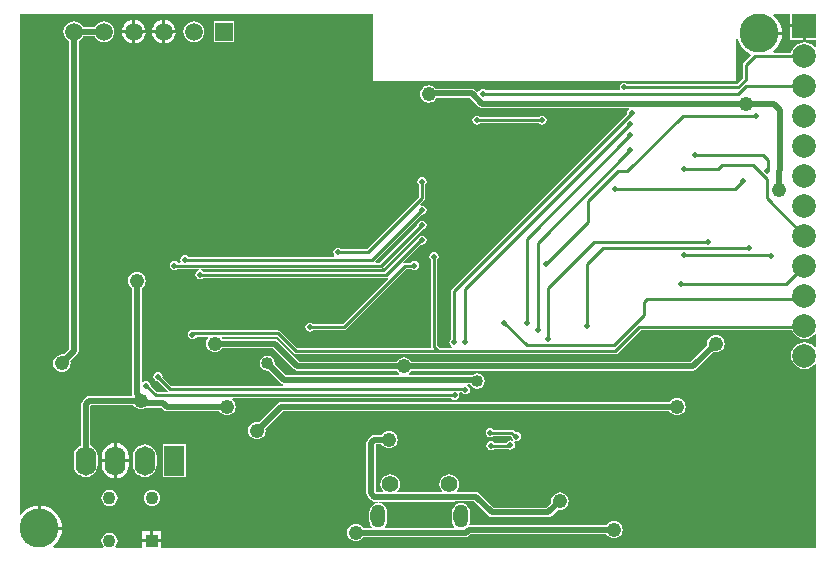
<source format=gbl>
G04*
G04 #@! TF.GenerationSoftware,Altium Limited,Altium Designer,23.3.1 (30)*
G04*
G04 Layer_Physical_Order=2*
G04 Layer_Color=16711680*
%FSLAX44Y44*%
%MOMM*%
G71*
G04*
G04 #@! TF.SameCoordinates,049E622D-B5B7-477E-837E-60E0A1272B7F*
G04*
G04*
G04 #@! TF.FilePolarity,Positive*
G04*
G01*
G75*
%ADD10C,0.5080*%
%ADD63C,1.3970*%
%ADD64O,1.2700X1.9558*%
%ADD76C,1.2192*%
%ADD77C,0.2540*%
%ADD79R,1.5000X1.5000*%
%ADD80C,1.5000*%
%ADD81C,2.0000*%
%ADD82O,1.7500X2.5000*%
%ADD83R,1.7500X2.5000*%
%ADD84C,1.1000*%
%ADD85R,1.1000X1.1000*%
%ADD86C,3.3020*%
%ADD87R,2.0000X2.0000*%
%ADD88C,0.5080*%
%ADD89C,1.0160*%
%ADD90C,0.6604*%
G36*
X666910Y458470D02*
X679450D01*
Y457200D01*
X680720D01*
Y444660D01*
X689560D01*
Y439223D01*
X688290Y438792D01*
X687488Y439838D01*
X685134Y441644D01*
X682392Y442780D01*
X679450Y443167D01*
X676508Y442780D01*
X673766Y441644D01*
X671412Y439838D01*
X669606Y437484D01*
X668470Y434742D01*
X668424Y434390D01*
X653324D01*
X652869Y435660D01*
X654886Y437314D01*
X657266Y440215D01*
X659035Y443525D01*
X660124Y447116D01*
X660367Y449580D01*
X641350D01*
Y452120D01*
X660367D01*
X660124Y454585D01*
X659035Y458175D01*
X657266Y461485D01*
X654886Y464386D01*
X652869Y466040D01*
X653324Y467310D01*
X666910D01*
Y458470D01*
D02*
G37*
G36*
X314168Y411593D02*
X314571Y410621D01*
X315543Y410218D01*
X620343D01*
X621315Y410621D01*
X621718Y411593D01*
Y445569D01*
X622988Y445758D01*
X623665Y443525D01*
X625434Y440215D01*
X627814Y437314D01*
X630715Y434934D01*
X633648Y433366D01*
X634060Y431982D01*
X628089Y426011D01*
X627527Y425171D01*
X627330Y424180D01*
Y412553D01*
X622297Y407519D01*
X529701D01*
X529596Y407676D01*
X528336Y408518D01*
X526849Y408814D01*
X525363Y408518D01*
X524103Y407676D01*
X523260Y406416D01*
X522965Y404929D01*
X523234Y403577D01*
X523153Y403206D01*
X522673Y402307D01*
X409992D01*
X409887Y402464D01*
X408627Y403306D01*
X407140Y403602D01*
X405654Y403306D01*
X404394Y402464D01*
X403716Y401451D01*
X402324Y401047D01*
X400574Y402797D01*
X399314Y403639D01*
X397827Y403935D01*
X367106D01*
X366607Y404585D01*
X365068Y405766D01*
X363276Y406508D01*
X361353Y406761D01*
X359431Y406508D01*
X357639Y405766D01*
X356100Y404585D01*
X354919Y403046D01*
X354177Y401254D01*
X353924Y399331D01*
X354177Y397408D01*
X354919Y395617D01*
X356100Y394078D01*
X357639Y392897D01*
X359431Y392155D01*
X361353Y391902D01*
X363276Y392155D01*
X365068Y392897D01*
X366607Y394078D01*
X367788Y395617D01*
X368015Y396165D01*
X396218D01*
X404011Y388372D01*
X405271Y387530D01*
X406758Y387235D01*
X530509D01*
X530894Y385965D01*
X530433Y385656D01*
X529590Y384396D01*
X529295Y382909D01*
X529332Y382724D01*
X380866Y234258D01*
X380304Y233418D01*
X380107Y232427D01*
Y191783D01*
X379950Y191678D01*
X379108Y190418D01*
X378812Y188931D01*
X379108Y187445D01*
X379950Y186184D01*
X381020Y185470D01*
X380968Y184655D01*
X380808Y184200D01*
X370643D01*
X368350Y186493D01*
Y258768D01*
X368507Y258873D01*
X369349Y260133D01*
X369645Y261620D01*
X369349Y263107D01*
X368507Y264367D01*
X367247Y265209D01*
X365760Y265505D01*
X364273Y265209D01*
X363013Y264367D01*
X362171Y263107D01*
X361875Y261620D01*
X362171Y260133D01*
X363013Y258873D01*
X363170Y258768D01*
Y185420D01*
X362118Y184200D01*
X249993D01*
X235765Y198427D01*
X234925Y198989D01*
X233934Y199186D01*
X162692D01*
X161290Y199465D01*
X159803Y199169D01*
X158543Y198327D01*
X157701Y197067D01*
X157405Y195580D01*
X157701Y194093D01*
X158543Y192833D01*
X159803Y191991D01*
X161290Y191695D01*
X162777Y191991D01*
X164037Y192833D01*
X164821Y194006D01*
X174113D01*
X174720Y192736D01*
X173906Y191675D01*
X173164Y189883D01*
X172910Y187960D01*
X173164Y186037D01*
X173906Y184245D01*
X175086Y182707D01*
X176625Y181526D01*
X178417Y180784D01*
X180340Y180530D01*
X182263Y180784D01*
X184055Y181526D01*
X185593Y182707D01*
X186644Y184075D01*
X229531D01*
X247443Y166163D01*
X248703Y165321D01*
X250190Y165025D01*
X334056D01*
X335107Y163657D01*
X336438Y162635D01*
X336324Y161824D01*
X336097Y161365D01*
X240227D01*
X231110Y170482D01*
X231272Y171300D01*
X230780Y173778D01*
X229376Y175878D01*
X227276Y177282D01*
X224798Y177774D01*
X222320Y177282D01*
X220220Y175878D01*
X218816Y173778D01*
X218324Y171300D01*
X218816Y168822D01*
X220220Y166722D01*
X222320Y165318D01*
X224798Y164826D01*
X225616Y164988D01*
X235871Y154733D01*
X237131Y153891D01*
X237993Y153720D01*
X237868Y152450D01*
X143313D01*
X135928Y159835D01*
X135965Y160020D01*
X135669Y161507D01*
X134827Y162767D01*
X133567Y163609D01*
X132080Y163905D01*
X130593Y163609D01*
X129333Y162767D01*
X128491Y161507D01*
X128195Y160020D01*
X128491Y158533D01*
X129333Y157273D01*
X130593Y156431D01*
X132080Y156135D01*
X132265Y156172D01*
X140382Y148056D01*
X140378Y147939D01*
X139983Y146786D01*
X131197D01*
X125768Y152215D01*
X125805Y152400D01*
X125509Y153887D01*
X124667Y155147D01*
X123407Y155989D01*
X121920Y156285D01*
X120433Y155989D01*
X119455Y155335D01*
X118473Y155679D01*
X118185Y155898D01*
Y234996D01*
X119553Y236047D01*
X120734Y237585D01*
X121476Y239377D01*
X121730Y241300D01*
X121476Y243223D01*
X120734Y245015D01*
X119553Y246553D01*
X118015Y247734D01*
X116223Y248476D01*
X114300Y248730D01*
X112377Y248476D01*
X110585Y247734D01*
X109046Y246553D01*
X107866Y245015D01*
X107124Y243223D01*
X106870Y241300D01*
X107124Y239377D01*
X107866Y237585D01*
X109046Y236047D01*
X110415Y234996D01*
Y144999D01*
X110501Y144566D01*
X109696Y143585D01*
X74026D01*
X72539Y143289D01*
X71279Y142447D01*
X68303Y139471D01*
X67461Y138211D01*
X67165Y136724D01*
Y101887D01*
X65997Y101403D01*
X63904Y99796D01*
X62298Y97703D01*
X61288Y95266D01*
X60944Y92650D01*
Y85150D01*
X61288Y82534D01*
X62298Y80097D01*
X63904Y78004D01*
X65997Y76398D01*
X68434Y75388D01*
X71050Y75044D01*
X73666Y75388D01*
X76103Y76398D01*
X78196Y78004D01*
X79802Y80097D01*
X80812Y82534D01*
X81157Y85150D01*
Y92650D01*
X80812Y95266D01*
X79802Y97703D01*
X78196Y99796D01*
X76103Y101403D01*
X74935Y101887D01*
Y135115D01*
X75635Y135815D01*
X111370D01*
X112421Y134446D01*
X113959Y133266D01*
X115751Y132524D01*
X117674Y132270D01*
X119597Y132524D01*
X121389Y133266D01*
X121685Y133493D01*
X135151D01*
X136771Y131873D01*
X138032Y131031D01*
X139518Y130735D01*
X184196D01*
X185247Y129367D01*
X186785Y128186D01*
X188577Y127444D01*
X190500Y127190D01*
X192423Y127444D01*
X194215Y128186D01*
X195753Y129367D01*
X196934Y130905D01*
X197676Y132697D01*
X197930Y134620D01*
X197676Y136543D01*
X196934Y138335D01*
X195753Y139874D01*
X195150Y140336D01*
X195581Y141606D01*
X380435D01*
X380540Y141449D01*
X381801Y140607D01*
X383287Y140311D01*
X384774Y140607D01*
X386034Y141449D01*
X386876Y142710D01*
X387172Y144196D01*
X386876Y145683D01*
X387018Y145979D01*
X387668Y146784D01*
X389254D01*
X389683Y146141D01*
X390943Y145299D01*
X392430Y145003D01*
X393917Y145299D01*
X395177Y146141D01*
X396019Y147401D01*
X396315Y148888D01*
X396019Y150374D01*
X395177Y151634D01*
X394143Y152325D01*
X394282Y153411D01*
X394354Y153595D01*
X396536D01*
X396539Y153593D01*
X396726Y153556D01*
X398012Y151632D01*
X400112Y150228D01*
X402590Y149736D01*
X405068Y150228D01*
X407168Y151632D01*
X408572Y153732D01*
X409064Y156210D01*
X408572Y158688D01*
X407168Y160788D01*
X405068Y162192D01*
X402590Y162684D01*
X400112Y162192D01*
X398612Y161189D01*
X397728Y161365D01*
X344623D01*
X344396Y161824D01*
X344282Y162635D01*
X345614Y163657D01*
X346664Y165025D01*
X585288D01*
X586775Y165321D01*
X588035Y166163D01*
X602649Y180777D01*
X604520Y180530D01*
X606443Y180784D01*
X608235Y181526D01*
X609773Y182707D01*
X610954Y184245D01*
X611696Y186037D01*
X611950Y187960D01*
X611696Y189883D01*
X610954Y191675D01*
X609773Y193214D01*
X608235Y194394D01*
X606443Y195136D01*
X604520Y195390D01*
X602597Y195136D01*
X600805Y194394D01*
X599267Y193214D01*
X598086Y191675D01*
X597344Y189883D01*
X597090Y187960D01*
X597295Y186410D01*
X583679Y172795D01*
X346664D01*
X345614Y174163D01*
X344075Y175344D01*
X342283Y176086D01*
X340360Y176340D01*
X338437Y176086D01*
X336645Y175344D01*
X335107Y174163D01*
X334056Y172795D01*
X251799D01*
X233887Y190707D01*
X232627Y191549D01*
X231140Y191845D01*
X186723D01*
X186016Y192855D01*
X186567Y194006D01*
X232861D01*
X247089Y179779D01*
X247929Y179217D01*
X248920Y179020D01*
X519430D01*
X520421Y179217D01*
X521261Y179779D01*
X540823Y199340D01*
X668850D01*
X669606Y197516D01*
X671412Y195162D01*
X673766Y193356D01*
X676508Y192220D01*
X679450Y191833D01*
X682392Y192220D01*
X685134Y193356D01*
X687488Y195162D01*
X688290Y196208D01*
X689560Y195777D01*
Y185223D01*
X688290Y184792D01*
X687488Y185838D01*
X685134Y187644D01*
X682392Y188780D01*
X679450Y189167D01*
X676508Y188780D01*
X673766Y187644D01*
X671412Y185838D01*
X669606Y183484D01*
X668470Y180742D01*
X668083Y177800D01*
X668470Y174858D01*
X669606Y172116D01*
X671412Y169762D01*
X673766Y167956D01*
X676508Y166820D01*
X679450Y166433D01*
X682392Y166820D01*
X685134Y167956D01*
X687488Y169762D01*
X688290Y170808D01*
X689560Y170377D01*
Y15290D01*
X135040D01*
Y19959D01*
X127000D01*
X118960D01*
Y15290D01*
X96546D01*
X96179Y15928D01*
X96030Y16560D01*
X96993Y17815D01*
X97675Y19462D01*
X97907Y21229D01*
X97675Y22996D01*
X96993Y24643D01*
X95907Y26057D01*
X94493Y27143D01*
X92846Y27825D01*
X91079Y28057D01*
X89312Y27825D01*
X87665Y27143D01*
X86251Y26057D01*
X85166Y24643D01*
X84483Y22996D01*
X84251Y21229D01*
X84483Y19462D01*
X85166Y17815D01*
X86129Y16560D01*
X85979Y15928D01*
X85612Y15290D01*
X43724D01*
X43269Y16560D01*
X45286Y18214D01*
X47666Y21115D01*
X49435Y24425D01*
X50524Y28015D01*
X50767Y30480D01*
X31750D01*
Y31750D01*
X30480D01*
Y50767D01*
X28016Y50524D01*
X24425Y49435D01*
X21115Y47666D01*
X18214Y45286D01*
X16560Y43269D01*
X15290Y43724D01*
Y467310D01*
X314168D01*
Y411593D01*
D02*
G37*
%LPC*%
G36*
X678180Y455930D02*
X666910D01*
Y444660D01*
X678180D01*
Y455930D01*
D02*
G37*
G36*
X86360Y460966D02*
X84071Y460664D01*
X81937Y459781D01*
X80105Y458375D01*
X78699Y456543D01*
X78477Y456005D01*
X68843D01*
X68621Y456543D01*
X67215Y458375D01*
X65383Y459781D01*
X63249Y460664D01*
X60960Y460966D01*
X58671Y460664D01*
X56537Y459781D01*
X54705Y458375D01*
X53299Y456543D01*
X52416Y454409D01*
X52114Y452120D01*
X52416Y449831D01*
X53299Y447697D01*
X54705Y445865D01*
X56537Y444459D01*
X57075Y444236D01*
Y183219D01*
X52511Y178654D01*
X50800Y178880D01*
X48877Y178626D01*
X47085Y177884D01*
X45546Y176703D01*
X44366Y175165D01*
X43624Y173373D01*
X43370Y171450D01*
X43624Y169527D01*
X44366Y167735D01*
X45546Y166196D01*
X47085Y165016D01*
X48877Y164274D01*
X50800Y164020D01*
X52723Y164274D01*
X54515Y165016D01*
X56054Y166196D01*
X57234Y167735D01*
X57976Y169527D01*
X58230Y171450D01*
X58004Y173161D01*
X63707Y178863D01*
X64549Y180123D01*
X64845Y181610D01*
Y444236D01*
X65383Y444459D01*
X67215Y445865D01*
X68621Y447697D01*
X68843Y448235D01*
X78477D01*
X78699Y447697D01*
X80105Y445865D01*
X81937Y444459D01*
X84071Y443576D01*
X86360Y443274D01*
X88649Y443576D01*
X90783Y444459D01*
X92615Y445865D01*
X94021Y447697D01*
X94904Y449831D01*
X95206Y452120D01*
X94904Y454409D01*
X94021Y456543D01*
X92615Y458375D01*
X90783Y459781D01*
X88649Y460664D01*
X86360Y460966D01*
D02*
G37*
G36*
X113030Y462079D02*
Y453390D01*
X121719D01*
X121542Y454741D01*
X120530Y457183D01*
X118921Y459281D01*
X116823Y460890D01*
X114381Y461902D01*
X113030Y462079D01*
D02*
G37*
G36*
X138430D02*
Y453390D01*
X147119D01*
X146942Y454741D01*
X145930Y457183D01*
X144321Y459281D01*
X142223Y460890D01*
X139781Y461902D01*
X138430Y462079D01*
D02*
G37*
G36*
X110490D02*
X109139Y461902D01*
X106697Y460890D01*
X104599Y459281D01*
X102990Y457183D01*
X101978Y454741D01*
X101801Y453390D01*
X110490D01*
Y462079D01*
D02*
G37*
G36*
X135890D02*
X134539Y461902D01*
X132097Y460890D01*
X129999Y459281D01*
X128390Y457183D01*
X127378Y454741D01*
X127201Y453390D01*
X135890D01*
Y462079D01*
D02*
G37*
G36*
X196730Y460890D02*
X179190D01*
Y443350D01*
X196730D01*
Y460890D01*
D02*
G37*
G36*
X162560Y460966D02*
X160271Y460664D01*
X158137Y459781D01*
X156305Y458375D01*
X154899Y456543D01*
X154016Y454409D01*
X153714Y452120D01*
X154016Y449831D01*
X154899Y447697D01*
X156305Y445865D01*
X158137Y444459D01*
X160271Y443576D01*
X162560Y443274D01*
X164849Y443576D01*
X166983Y444459D01*
X168815Y445865D01*
X170221Y447697D01*
X171104Y449831D01*
X171406Y452120D01*
X171104Y454409D01*
X170221Y456543D01*
X168815Y458375D01*
X166983Y459781D01*
X164849Y460664D01*
X162560Y460966D01*
D02*
G37*
G36*
X147119Y450850D02*
X138430D01*
Y442161D01*
X139781Y442338D01*
X142223Y443350D01*
X144321Y444959D01*
X145930Y447057D01*
X146942Y449499D01*
X147119Y450850D01*
D02*
G37*
G36*
X121719D02*
X113030D01*
Y442161D01*
X114381Y442338D01*
X116823Y443350D01*
X118921Y444959D01*
X120530Y447057D01*
X121542Y449499D01*
X121719Y450850D01*
D02*
G37*
G36*
X135890D02*
X127201D01*
X127378Y449499D01*
X128390Y447057D01*
X129999Y444959D01*
X132097Y443350D01*
X134539Y442338D01*
X135890Y442161D01*
Y450850D01*
D02*
G37*
G36*
X110490D02*
X101801D01*
X101978Y449499D01*
X102990Y447057D01*
X104599Y444959D01*
X106697Y443350D01*
X109139Y442338D01*
X110490Y442161D01*
Y450850D01*
D02*
G37*
G36*
X457360Y381074D02*
X455874Y380779D01*
X454613Y379937D01*
X454509Y379780D01*
X404889D01*
X404784Y379937D01*
X403524Y380779D01*
X402038Y381074D01*
X400551Y380779D01*
X399291Y379937D01*
X398449Y378676D01*
X398153Y377190D01*
X398449Y375703D01*
X399291Y374443D01*
X400551Y373601D01*
X402038Y373305D01*
X403524Y373601D01*
X404784Y374443D01*
X404889Y374600D01*
X454509D01*
X454613Y374443D01*
X455874Y373601D01*
X457360Y373305D01*
X458847Y373601D01*
X460107Y374443D01*
X460949Y375703D01*
X461245Y377190D01*
X460949Y378676D01*
X460107Y379937D01*
X458847Y380779D01*
X457360Y381074D01*
D02*
G37*
G36*
X355600Y329005D02*
X354113Y328709D01*
X352853Y327867D01*
X352011Y326607D01*
X351715Y325120D01*
X352011Y323633D01*
X352853Y322373D01*
X353010Y322268D01*
Y312223D01*
X308807Y268020D01*
X287332D01*
X287227Y268177D01*
X285967Y269019D01*
X284480Y269315D01*
X282993Y269019D01*
X281733Y268177D01*
X280891Y266917D01*
X280595Y265430D01*
X280891Y263943D01*
X281562Y262940D01*
X281256Y262025D01*
X280999Y261670D01*
X157792D01*
X157687Y261827D01*
X156427Y262669D01*
X154940Y262965D01*
X153453Y262669D01*
X152193Y261827D01*
X151351Y260567D01*
X151055Y259080D01*
X151298Y257860D01*
X150611Y256590D01*
X148902D01*
X148797Y256747D01*
X147537Y257589D01*
X146050Y257885D01*
X144563Y257589D01*
X143303Y256747D01*
X142461Y255487D01*
X142165Y254000D01*
X142461Y252513D01*
X143303Y251253D01*
X144563Y250411D01*
X146050Y250115D01*
X147537Y250411D01*
X148797Y251253D01*
X148902Y251410D01*
X166693D01*
X167002Y250268D01*
X167003Y250261D01*
X166153Y249969D01*
X165919Y249812D01*
X164893Y249127D01*
X164051Y247867D01*
X163755Y246380D01*
X164051Y244893D01*
X164893Y243633D01*
X166153Y242791D01*
X167640Y242495D01*
X169127Y242791D01*
X170387Y243633D01*
X170492Y243790D01*
X325120D01*
X326111Y243987D01*
X326255Y244084D01*
X327065Y243097D01*
X288487Y204520D01*
X263743D01*
X263637Y204678D01*
X262377Y205520D01*
X260890Y205816D01*
X259403Y205520D01*
X258143Y204678D01*
X257301Y203418D01*
X257005Y201931D01*
X257301Y200445D01*
X258143Y199184D01*
X259403Y198342D01*
X260890Y198047D01*
X262377Y198342D01*
X263637Y199184D01*
X263741Y199340D01*
X289560D01*
X290551Y199537D01*
X291391Y200099D01*
X342703Y251410D01*
X346398D01*
X346503Y251253D01*
X347763Y250411D01*
X349250Y250115D01*
X350737Y250411D01*
X351997Y251253D01*
X352839Y252513D01*
X353135Y254000D01*
X352839Y255487D01*
X351997Y256747D01*
X350737Y257589D01*
X349250Y257885D01*
X347763Y257589D01*
X346503Y256747D01*
X346398Y256590D01*
X341630D01*
X340639Y256393D01*
X340495Y256296D01*
X339685Y257283D01*
X354254Y271852D01*
X354559Y271912D01*
X355600Y271705D01*
X357087Y272001D01*
X358347Y272843D01*
X359189Y274103D01*
X359485Y275590D01*
X359189Y277076D01*
X358347Y278337D01*
X357087Y279179D01*
X355600Y279475D01*
X354114Y279179D01*
X352853Y278337D01*
X352011Y277076D01*
X351919Y276612D01*
X351229Y276151D01*
X324047Y248970D01*
X170492D01*
X170387Y249127D01*
X169361Y249812D01*
X169127Y249969D01*
X168277Y250261D01*
X168278Y250268D01*
X168587Y251410D01*
X321310D01*
X322301Y251607D01*
X323142Y252169D01*
X355415Y284442D01*
X355600Y284405D01*
X357087Y284701D01*
X358347Y285543D01*
X359189Y286803D01*
X359485Y288290D01*
X359189Y289776D01*
X358347Y291037D01*
X357087Y291879D01*
X355600Y292174D01*
X354114Y291879D01*
X352853Y291037D01*
X352011Y289776D01*
X351716Y288290D01*
X351752Y288105D01*
X320238Y256590D01*
X316658D01*
X316133Y257860D01*
X355415Y297142D01*
X355600Y297105D01*
X357087Y297401D01*
X358347Y298243D01*
X359189Y299503D01*
X359485Y300990D01*
X359189Y302477D01*
X358347Y303737D01*
X357087Y304579D01*
X355600Y304874D01*
X354580Y304672D01*
X353955Y305842D01*
X357431Y309319D01*
X357993Y310159D01*
X358190Y311150D01*
Y322268D01*
X358347Y322373D01*
X359189Y323633D01*
X359485Y325120D01*
X359189Y326607D01*
X358347Y327867D01*
X357087Y328709D01*
X355600Y329005D01*
D02*
G37*
G36*
X571500Y142050D02*
X569577Y141796D01*
X567785Y141054D01*
X566246Y139874D01*
X565196Y138505D01*
X236402D01*
X234915Y138209D01*
X233655Y137367D01*
X217771Y121483D01*
X215900Y121730D01*
X213977Y121476D01*
X212185Y120734D01*
X210646Y119553D01*
X209466Y118015D01*
X208724Y116223D01*
X208470Y114300D01*
X208724Y112377D01*
X209466Y110585D01*
X210646Y109046D01*
X212185Y107866D01*
X213977Y107124D01*
X215900Y106870D01*
X217823Y107124D01*
X219615Y107866D01*
X221154Y109046D01*
X222334Y110585D01*
X223076Y112377D01*
X223330Y114300D01*
X223125Y115850D01*
X238011Y130735D01*
X565196D01*
X566246Y129367D01*
X567785Y128186D01*
X569577Y127444D01*
X571500Y127190D01*
X573423Y127444D01*
X575215Y128186D01*
X576754Y129367D01*
X577934Y130905D01*
X578676Y132697D01*
X578930Y134620D01*
X578676Y136543D01*
X577934Y138335D01*
X576754Y139874D01*
X575215Y141054D01*
X573423Y141796D01*
X571500Y142050D01*
D02*
G37*
G36*
X413358Y116523D02*
X411871Y116227D01*
X410611Y115385D01*
X409769Y114124D01*
X409473Y112638D01*
X409769Y111151D01*
X410611Y109891D01*
X411871Y109049D01*
X413358Y108753D01*
X414844Y109049D01*
X416105Y109891D01*
X416209Y110048D01*
X430358D01*
X431766Y108639D01*
X431946Y107733D01*
X432586Y106777D01*
X432441Y106488D01*
X431770Y105742D01*
X430555Y105984D01*
X429068Y105688D01*
X427808Y104846D01*
X427369Y104190D01*
X416872D01*
X416767Y104347D01*
X415507Y105189D01*
X414020Y105485D01*
X412533Y105189D01*
X411273Y104347D01*
X410431Y103087D01*
X410135Y101600D01*
X410431Y100113D01*
X411273Y98853D01*
X412533Y98011D01*
X414020Y97715D01*
X415507Y98011D01*
X416767Y98853D01*
X416872Y99010D01*
X428320D01*
X429068Y98511D01*
X430555Y98215D01*
X432041Y98511D01*
X433302Y99353D01*
X434144Y100613D01*
X434439Y102100D01*
X434144Y103586D01*
X433504Y104543D01*
X433649Y104831D01*
X434320Y105577D01*
X435535Y105335D01*
X437022Y105631D01*
X438282Y106473D01*
X439124Y107733D01*
X439420Y109220D01*
X439124Y110707D01*
X438282Y111967D01*
X437022Y112809D01*
X435535Y113105D01*
X434777Y112954D01*
X433261Y114469D01*
X432421Y115030D01*
X431430Y115228D01*
X416209D01*
X416105Y115385D01*
X414844Y116227D01*
X413358Y116523D01*
D02*
G37*
G36*
X327660Y114110D02*
X325737Y113856D01*
X323945Y113114D01*
X322407Y111933D01*
X321356Y110565D01*
X315396D01*
X313909Y110269D01*
X312649Y109427D01*
X309673Y106451D01*
X308831Y105191D01*
X308535Y103704D01*
Y61087D01*
X308831Y59600D01*
X309673Y58340D01*
X312649Y55364D01*
X313909Y54522D01*
X315396Y54226D01*
X318107D01*
X318191Y52956D01*
X317941Y52923D01*
X316691Y52759D01*
X314837Y51991D01*
X313245Y50770D01*
X312024Y49178D01*
X311256Y47324D01*
X310994Y45335D01*
Y38477D01*
X311256Y36488D01*
X312024Y34634D01*
X313205Y33095D01*
X313135Y32645D01*
X312857Y31825D01*
X306024D01*
X304974Y33194D01*
X303435Y34374D01*
X301643Y35116D01*
X299720Y35370D01*
X297797Y35116D01*
X296005Y34374D01*
X294466Y33194D01*
X293286Y31655D01*
X292544Y29863D01*
X292290Y27940D01*
X292544Y26017D01*
X293286Y24225D01*
X294466Y22687D01*
X296005Y21506D01*
X297797Y20764D01*
X299720Y20510D01*
X301643Y20764D01*
X303435Y21506D01*
X304974Y22687D01*
X306024Y24055D01*
X392511D01*
X393998Y24351D01*
X395258Y25193D01*
X396660Y26595D01*
X511856D01*
X512906Y25227D01*
X514445Y24046D01*
X516237Y23304D01*
X518160Y23050D01*
X520083Y23304D01*
X521875Y24046D01*
X523414Y25227D01*
X524594Y26765D01*
X525336Y28557D01*
X525590Y30480D01*
X525336Y32403D01*
X524594Y34195D01*
X523414Y35733D01*
X521875Y36914D01*
X520083Y37656D01*
X518160Y37910D01*
X516237Y37656D01*
X514445Y36914D01*
X512906Y35733D01*
X511856Y34365D01*
X396599D01*
X395751Y35635D01*
X396104Y36488D01*
X396366Y38477D01*
Y45335D01*
X396104Y47324D01*
X395336Y49178D01*
X394115Y50770D01*
X392523Y51991D01*
X390669Y52759D01*
X388680Y53021D01*
X386691Y52759D01*
X384837Y51991D01*
X383245Y50770D01*
X382024Y49178D01*
X381256Y47324D01*
X380994Y45335D01*
Y38477D01*
X381256Y36488D01*
X382024Y34634D01*
X383205Y33095D01*
X383135Y32645D01*
X382857Y31825D01*
X324503D01*
X324225Y32645D01*
X324155Y33095D01*
X325336Y34634D01*
X326104Y36488D01*
X326366Y38477D01*
Y45335D01*
X326104Y47324D01*
X325336Y49178D01*
X324115Y50770D01*
X322523Y51991D01*
X320669Y52759D01*
X319419Y52923D01*
X319169Y52956D01*
X319253Y54226D01*
X383152D01*
X384638Y54522D01*
X384658Y54535D01*
X399711D01*
X411986Y42260D01*
X413247Y41418D01*
X414733Y41122D01*
X462646D01*
X464132Y41418D01*
X465393Y42260D01*
X470561Y47428D01*
X472440Y47180D01*
X474363Y47434D01*
X476155Y48176D01*
X477693Y49356D01*
X478874Y50895D01*
X479616Y52687D01*
X479870Y54610D01*
X479616Y56533D01*
X478874Y58325D01*
X477693Y59864D01*
X476155Y61044D01*
X474363Y61786D01*
X472440Y62040D01*
X470517Y61786D01*
X468725Y61044D01*
X467187Y59864D01*
X466006Y58325D01*
X465264Y56533D01*
X465010Y54610D01*
X465214Y53068D01*
X461037Y48891D01*
X416342D01*
X404067Y61167D01*
X402807Y62009D01*
X401320Y62305D01*
X385621D01*
X384994Y63575D01*
X385891Y64743D01*
X386723Y66751D01*
X387006Y68906D01*
X386723Y71061D01*
X385891Y73069D01*
X384568Y74794D01*
X382843Y76117D01*
X380835Y76948D01*
X378680Y77232D01*
X376525Y76948D01*
X374517Y76117D01*
X372793Y74794D01*
X371469Y73069D01*
X370638Y71061D01*
X370354Y68906D01*
X370638Y66751D01*
X371469Y64743D01*
X372603Y63266D01*
X372217Y61996D01*
X335143D01*
X334757Y63266D01*
X335891Y64743D01*
X336723Y66751D01*
X337006Y68906D01*
X336723Y71061D01*
X335891Y73069D01*
X334568Y74794D01*
X332843Y76117D01*
X330835Y76948D01*
X328680Y77232D01*
X326525Y76948D01*
X324517Y76117D01*
X322793Y74794D01*
X321469Y73069D01*
X320638Y71061D01*
X320354Y68906D01*
X320638Y66751D01*
X321469Y64743D01*
X322603Y63266D01*
X322217Y61996D01*
X317005D01*
X316305Y62696D01*
Y102095D01*
X317005Y102795D01*
X321356D01*
X322407Y101426D01*
X323945Y100246D01*
X325737Y99504D01*
X327660Y99250D01*
X329583Y99504D01*
X331375Y100246D01*
X332914Y101426D01*
X334094Y102965D01*
X334836Y104757D01*
X335090Y106680D01*
X334836Y108603D01*
X334094Y110395D01*
X332914Y111933D01*
X331375Y113114D01*
X329583Y113856D01*
X327660Y114110D01*
D02*
G37*
G36*
X97320Y103870D02*
Y90170D01*
X107437D01*
Y92650D01*
X107050Y95597D01*
X105912Y98344D01*
X104102Y100702D01*
X101744Y102512D01*
X98997Y103649D01*
X97320Y103870D01*
D02*
G37*
G36*
X94780Y103870D02*
X93103Y103649D01*
X90356Y102512D01*
X87998Y100702D01*
X86188Y98344D01*
X85051Y95597D01*
X84663Y92650D01*
Y90170D01*
X94780D01*
Y103870D01*
D02*
G37*
G36*
X156070Y102670D02*
X136030D01*
Y75130D01*
X156070D01*
Y102670D01*
D02*
G37*
G36*
X121050Y102757D02*
X118434Y102412D01*
X115997Y101403D01*
X113904Y99796D01*
X112298Y97703D01*
X111288Y95266D01*
X110944Y92650D01*
Y85150D01*
X111288Y82534D01*
X112298Y80097D01*
X113904Y78004D01*
X115997Y76398D01*
X118434Y75388D01*
X121050Y75044D01*
X123666Y75388D01*
X126103Y76398D01*
X128196Y78004D01*
X129803Y80097D01*
X130812Y82534D01*
X131157Y85150D01*
Y92650D01*
X130812Y95266D01*
X129803Y97703D01*
X128196Y99796D01*
X126103Y101403D01*
X123666Y102412D01*
X121050Y102757D01*
D02*
G37*
G36*
X107437Y87630D02*
X97320D01*
Y73930D01*
X98997Y74151D01*
X101744Y75288D01*
X104102Y77098D01*
X105912Y79456D01*
X107050Y82203D01*
X107437Y85150D01*
Y87630D01*
D02*
G37*
G36*
X94780D02*
X84663D01*
Y85150D01*
X85051Y82203D01*
X86188Y79456D01*
X87998Y77098D01*
X90356Y75288D01*
X93103Y74151D01*
X94780Y73930D01*
Y87630D01*
D02*
G37*
G36*
X127000Y63978D02*
X125233Y63746D01*
X123586Y63064D01*
X122172Y61978D01*
X121087Y60564D01*
X120404Y58917D01*
X120172Y57150D01*
X120404Y55383D01*
X121087Y53736D01*
X122172Y52322D01*
X123586Y51236D01*
X125233Y50554D01*
X127000Y50322D01*
X128767Y50554D01*
X130414Y51236D01*
X131828Y52322D01*
X132914Y53736D01*
X133596Y55383D01*
X133828Y57150D01*
X133596Y58917D01*
X132914Y60564D01*
X131828Y61978D01*
X130414Y63064D01*
X128767Y63746D01*
X127000Y63978D01*
D02*
G37*
G36*
X91079D02*
X89312Y63746D01*
X87665Y63064D01*
X86251Y61978D01*
X85166Y60564D01*
X84483Y58917D01*
X84251Y57150D01*
X84483Y55383D01*
X85166Y53736D01*
X86251Y52322D01*
X87665Y51236D01*
X89312Y50554D01*
X91079Y50322D01*
X92846Y50554D01*
X94493Y51236D01*
X95907Y52322D01*
X96993Y53736D01*
X97675Y55383D01*
X97907Y57150D01*
X97675Y58917D01*
X96993Y60564D01*
X95907Y61978D01*
X94493Y63064D01*
X92846Y63746D01*
X91079Y63978D01*
D02*
G37*
G36*
X33020Y50767D02*
Y33020D01*
X50767D01*
X50524Y35484D01*
X49435Y39075D01*
X47666Y42385D01*
X45286Y45286D01*
X42385Y47666D01*
X39076Y49435D01*
X35484Y50524D01*
X33020Y50767D01*
D02*
G37*
G36*
X135040Y29269D02*
X128270D01*
Y22499D01*
X135040D01*
Y29269D01*
D02*
G37*
G36*
X125730D02*
X118960D01*
Y22499D01*
X125730D01*
Y29269D01*
D02*
G37*
%LPD*%
D10*
X414733Y45007D02*
X462646D01*
X472249Y54610D01*
X472440D01*
X653655Y391119D02*
X659130Y385644D01*
Y335190D02*
Y385644D01*
X406758Y391119D02*
X629628D01*
X657860Y317813D02*
Y333920D01*
X629628Y391119D02*
X653655D01*
X657860Y333920D02*
X659130Y335190D01*
X362072Y400050D02*
X397827D01*
X361353Y399331D02*
X362072Y400050D01*
X397827D02*
X406758Y391119D01*
X60960Y452120D02*
X86360D01*
X60960Y181610D02*
Y452120D01*
X50800Y171450D02*
X60960Y181610D01*
X139518Y134620D02*
X190500D01*
X136760Y137378D02*
X139518Y134620D01*
X119996Y137378D02*
X136760D01*
X250190Y168910D02*
X340360D01*
X585288D01*
X604338Y187960D01*
X180340D02*
X231140D01*
X250190Y168910D01*
X224798Y171300D02*
X238618Y157480D01*
X397728D02*
X398026Y157182D01*
X401618D02*
X402590Y156210D01*
X398026Y157182D02*
X401618D01*
X238618Y157480D02*
X397728D01*
X604338Y187960D02*
X604520D01*
X299720Y27940D02*
X392511D01*
X395051Y30480D01*
X518160D01*
X216082Y114300D02*
X236402Y134620D01*
X571500D01*
X215900Y114300D02*
X216082D01*
X315396Y106680D02*
X327660D01*
X312420Y61087D02*
Y103704D01*
X315396Y106680D01*
Y58111D02*
X383152D01*
X312420Y61087D02*
X315396Y58111D01*
X383152D02*
X383461Y58420D01*
X401320D01*
X414733Y45007D01*
X117674Y139700D02*
Y141624D01*
X74026Y139700D02*
X117674D01*
X114300Y144999D02*
X117674Y141624D01*
X114300Y144999D02*
Y241300D01*
X71050Y136724D02*
X74026Y139700D01*
X71050Y88900D02*
Y136724D01*
D63*
X328680Y68906D02*
D03*
X378680D02*
D03*
D64*
X318680Y41906D02*
D03*
X388680D02*
D03*
D76*
X472440Y54610D02*
D03*
X361353Y399331D02*
D03*
X629628Y391119D02*
D03*
X190500Y134620D02*
D03*
X340360Y168910D02*
D03*
X657860Y317813D02*
D03*
X299720Y27940D02*
D03*
X518160Y30480D02*
D03*
X571500Y134620D02*
D03*
X327660Y106680D02*
D03*
X604520Y187960D02*
D03*
X117674Y139700D02*
D03*
X180340Y187960D02*
D03*
X50800Y171450D02*
D03*
X114300Y241300D02*
D03*
X215900Y114300D02*
D03*
D77*
X121920Y152400D02*
X130124Y144196D01*
X383287D01*
X382697Y188931D02*
Y232427D01*
X533179Y382909D01*
X431430Y112638D02*
X434848Y109220D01*
X413358Y112638D02*
X431430D01*
X434848Y109220D02*
X435535D01*
X635973Y339090D02*
X647426Y327637D01*
X648249Y334432D02*
Y343754D01*
X609301Y339090D02*
X635973D01*
X648032Y334215D02*
X648249Y334432D01*
X647426Y311424D02*
Y327637D01*
X644204Y347799D02*
X648249Y343754D01*
X587211Y347799D02*
X644204D01*
X587030Y347980D02*
X587211Y347799D01*
X260890Y201931D02*
X260891Y201930D01*
X289560D01*
X529590Y334010D02*
X576631Y381051D01*
X638475D01*
X577320Y336036D02*
X606246D01*
X609301Y339090D01*
X407140Y399717D02*
X623545D01*
X630228Y406400D01*
X402038Y377190D02*
X457360D01*
X650875Y262890D02*
X651510Y262255D01*
X495300Y203200D02*
Y255270D01*
X509270Y269240D01*
X577850Y262890D02*
X650875D01*
X509270Y269240D02*
X632460D01*
X414020Y101600D02*
X430055D01*
X430555Y102100D01*
X496570Y290830D02*
Y308610D01*
X461010Y255270D02*
X496570Y290830D01*
X462369Y191770D02*
Y235039D01*
X501650Y274320D01*
X598170D01*
X496570Y308610D02*
X521970Y334010D01*
X529590D01*
X519031Y318770D02*
X621030D01*
X630228Y406400D02*
X679450D01*
X629920Y411480D02*
Y424180D01*
X623369Y404929D02*
X629920Y411480D01*
X526849Y404929D02*
X623369D01*
X341630Y254000D02*
X349250D01*
X289560Y201930D02*
X341630Y254000D01*
X353643Y274320D02*
X354913Y275590D01*
X167640Y246380D02*
X325120D01*
X354913Y275590D02*
X355600D01*
X325120Y246380D02*
X353060Y274320D01*
X353643D01*
X355600Y311150D02*
Y325120D01*
X309880Y265430D02*
X355600Y311150D01*
X284480Y265430D02*
X309880D01*
X146050Y254000D02*
X321310D01*
X355600Y288290D01*
X154940Y259080D02*
X313690D01*
X355600Y300990D01*
X162306Y196596D02*
X233934D01*
X161290Y195580D02*
X162306Y196596D01*
X132080Y160020D02*
X142240Y149860D01*
X386914D02*
X387401Y149373D01*
X391944D02*
X392430Y148888D01*
X387401Y149373D02*
X391944D01*
X142240Y149860D02*
X386914D01*
X233934Y196596D02*
X248920Y181610D01*
X369570D01*
X519430D01*
X365760Y185420D02*
X369570Y181610D01*
X365760Y185420D02*
Y261620D01*
X392430Y189230D02*
Y234615D01*
X425450Y205740D02*
X444500Y186690D01*
X518160D02*
X543560Y212090D01*
X444500Y186690D02*
X518160D01*
X519430Y181610D02*
X539750Y201930D01*
X678180D02*
X679450Y203200D01*
X539750Y201930D02*
X678180D01*
X543560Y212090D02*
Y223520D01*
X546100Y226060D01*
X664210Y238760D02*
X679450Y254000D01*
X575310Y238760D02*
X664210D01*
X676910Y226060D02*
X679450Y228600D01*
X546100Y226060D02*
X676910D01*
X392430Y234615D02*
X531914Y374099D01*
X637540Y431800D02*
X679450D01*
X629920Y424180D02*
X637540Y431800D01*
X444500Y276860D02*
X532130Y364490D01*
X444500Y205740D02*
Y276860D01*
X453856Y273516D02*
X532130Y351790D01*
X453856Y199351D02*
Y273516D01*
X621030Y318770D02*
X627583Y325323D01*
X647426Y311424D02*
X679450Y279400D01*
D79*
X187960Y452120D02*
D03*
D80*
X162560D02*
D03*
X137160D02*
D03*
X111760D02*
D03*
X86360D02*
D03*
X60960D02*
D03*
D81*
X679450Y254000D02*
D03*
Y228600D02*
D03*
Y203200D02*
D03*
Y431800D02*
D03*
Y406400D02*
D03*
Y381000D02*
D03*
Y355600D02*
D03*
Y330200D02*
D03*
Y304800D02*
D03*
Y279400D02*
D03*
Y177800D02*
D03*
D82*
X96050Y88900D02*
D03*
X121050D02*
D03*
X71050D02*
D03*
D83*
X146050D02*
D03*
D84*
X91079Y21229D02*
D03*
Y57150D02*
D03*
X127000D02*
D03*
D85*
Y21229D02*
D03*
D86*
X31750Y31750D02*
D03*
X641350Y450850D02*
D03*
D87*
X679450Y457200D02*
D03*
D88*
X383287Y144196D02*
D03*
X382697Y188931D02*
D03*
X413358Y112638D02*
D03*
X648032Y334215D02*
D03*
X260890Y201931D02*
D03*
X638475Y381051D02*
D03*
X577320Y336036D02*
D03*
X533179Y382909D02*
D03*
X407140Y399717D02*
D03*
X402038Y377190D02*
D03*
X577850Y262890D02*
D03*
X435535Y109220D02*
D03*
X430555Y102100D02*
D03*
X457360Y377190D02*
D03*
X461010Y255270D02*
D03*
X519031Y318770D02*
D03*
X349250Y254000D02*
D03*
X355600Y325120D02*
D03*
X284480Y265430D02*
D03*
X146050Y254000D02*
D03*
X154940Y259080D02*
D03*
X161290Y195580D02*
D03*
X355600Y288290D02*
D03*
X167640Y246380D02*
D03*
X355600Y300990D02*
D03*
Y275590D02*
D03*
X365760Y261620D02*
D03*
X392430Y189230D02*
D03*
Y148888D02*
D03*
X462369Y191770D02*
D03*
X425450Y205740D02*
D03*
X575310Y238760D02*
D03*
X587030Y347980D02*
D03*
X526849Y404929D02*
D03*
X532130Y364490D02*
D03*
X531914Y374099D02*
D03*
X627583Y325323D02*
D03*
X532130Y351790D02*
D03*
X598170Y274320D02*
D03*
X651510Y262255D02*
D03*
X632460Y269240D02*
D03*
X495300Y203200D02*
D03*
X444500Y205740D02*
D03*
X453856Y199351D02*
D03*
X414020Y101600D02*
D03*
X132080Y160020D02*
D03*
X121920Y152400D02*
D03*
D89*
X402590Y156210D02*
D03*
X224798Y171300D02*
D03*
D90*
X318680Y38477D02*
Y45335D01*
X388680Y38477D02*
Y45335D01*
M02*

</source>
